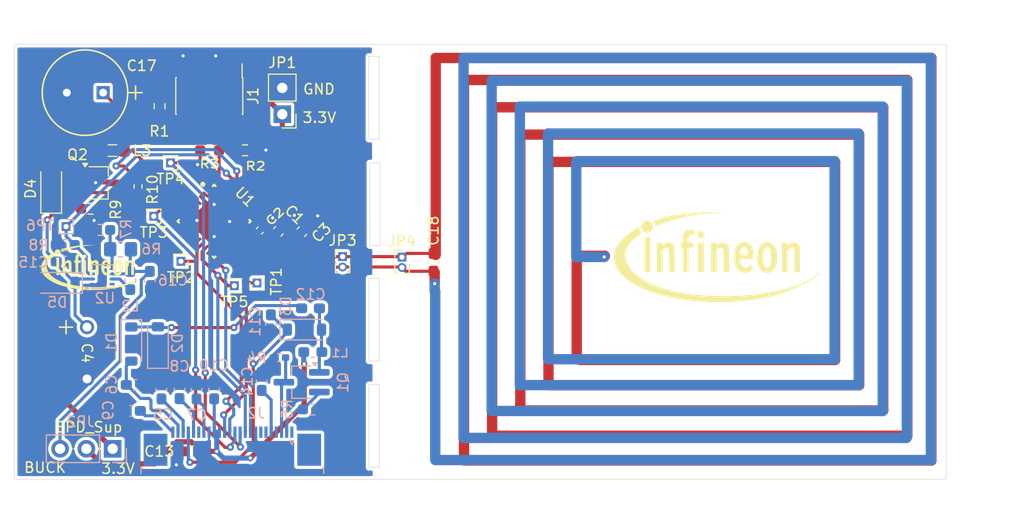
<source format=kicad_pcb>
(kicad_pcb (version 20241229) (generator "pcbnew") (generator_version "9.0")
  (layers (0 "F.Cu" signal) (2 "B.Cu" power) (13 "F.Paste" user) (15 "B.Paste" user) (5 "F.SilkS" user "F.Silkscreen") (7 "B.SilkS" user "B.Silkscreen") (1 "F.Mask" user) (3 "B.Mask" user) (25 "Edge.Cuts" user))
  (net 0 "")
  (net 1 "+3.3V")
  (net 2 "Net-(U1-VCC_CB)")
  (net 3 "BOOST_OUT")
  (net 4 "VSL")
  (net 5 "PREVGL")
  (net 6 "VDD")
  (net 7 "VSH1")
  (net 8 "VCOM")
  (net 9 "EPD3p3")
  (net 10 "PREVGH")
  (net 11 "Net-(D1-K)")
  (net 12 "Net-(D3-A)")
  (net 13 "VSH2")
  (net 14 "BUCK_OUT")
  (net 15 "VCC_HB")
  (net 16 "Net-(D4-A)")
  (net 18 "SWDCLK")
  (net 19 "SWDIO")
  (net 21 "Net-(J1-~{RESET})")
  (net 23 "GDR")
  (net 24 "D{slash}C#")
  (net 25 "RESE")
  (net 26 "VPP")
  (net 27 "BUSY")
  (net 28 "SCL")
  (net 29 "SDA")
  (net 30 "CS#")
  (net 32 "TSDA")
  (net 34 "TSCL")
  (net 35 "RES#")
  (net 36 "Net-(U2-SW)")
  (net 37 "Net-(Q2-G)")
  (net 38 "Net-(U2-FB)")
  (net 39 "BUCK_EN")
  (net 40 "BOOST_PWM")
  (net 58 "GND")
  (net 59 "Net-(JP3-A)")
  (footprint "Connector_PinHeader_1.00mm:PinHeader_1x02_P1.00mm_Vertical" (layer "F.Cu") (at 140.09375 56.4425)
    (property "Reference" "JP4")
    (property "Value" "EXT_SUP")
  )
  (footprint "Capacitor_SMD:C_0603_1608Metric_Pad1.08x0.95mm_HandSolder" (layer "F.Cu") (at 119.8 75.2 180)
    (property "Reference" "C13")
    (property "Value" "4.7uF")
  )
  (footprint "LOGO" (layer "F.Cu") (at 170.5 56.45)
    (property "Reference" "G***" (hide yes))
    (property "Value" "LOGO" (hide yes))
  )
  (footprint "NGC_EPD_FootprintLib:NGC1081-32QFN" (layer "F.Cu") (at 121.950381 52.974493 -45)
    (property "Reference" "U1")
    (property "Value" "NGC1081")
  )
  (footprint "Package_TO_SOT_SMD:TSOT-23_HandSoldering" (layer "F.Cu") (at 110.77 49.2675)
    (property "Reference" "Q2")
    (property "Value" "NMOS")
  )
  (footprint "Capacitor_SMD:C_0603_1608Metric_Pad1.08x0.95mm_HandSolder" (layer "F.Cu") (at 143.14375 56.9425 90)
    (property "Reference" "C18")
    (property "Value" "C_Tune")
  )
  (footprint "Inductor_SMD:L_0805_2012Metric_Pad1.05x1.20mm_HandSolder" (layer "F.Cu") (at 112.12 46.15 180)
    (property "Reference" "L3")
    (property "Value" "100uH")
  )
  (footprint "NGC_EPD_FootprintLib:CAP_PK&slash_PZ_12P5X25_LOW_RUB" (layer "F.Cu") (at 109.67 63.2 -90)
    (property "Reference" "C4")
    (property "Value" "4.7mF")
  )
  (footprint "Capacitor_SMD:C_0603_1608Metric_Pad1.08x0.95mm_HandSolder" (layer "F.Cu") (at 130.43012 53.97988 45)
    (property "Reference" "C3")
    (property "Value" "2uF")
  )
  (footprint "Diode_SMD:D_SOD-123" (layer "F.Cu") (at 106.21 49.8375 90)
    (property "Reference" "D4")
    (property "Value" "D")
  )
  (footprint "Connector_PinHeader_1.00mm:PinHeader_1x01_P1.00mm_Vertical" (layer "F.Cu") (at 117.74 47.33 180)
    (property "Reference" "TP4")
    (property "Value" "TestPoint")
  )
  (footprint "Connector_PinHeader_1.00mm:PinHeader_1x02_P1.00mm_Vertical" (layer "F.Cu") (at 134.36 56.39)
    (property "Reference" "JP3")
    (property "Value" "EXT_SUP")
  )
  (footprint "Resistor_SMD:R_0603_1608Metric_Pad0.98x0.95mm_HandSolder" (layer "F.Cu") (at 116.68 41.86 -90)
    (property "Reference" "R1")
    (property "Value" "100K")
  )
  (footprint "Connector_PinHeader_1.00mm:PinHeader_1x01_P1.00mm_Vertical" (layer "F.Cu") (at 116.12 52.49 180)
    (property "Reference" "TP3")
    (property "Value" "TestPoint")
  )
  (footprint "Capacitor_SMD:C_0603_1608Metric_Pad1.08x0.95mm_HandSolder" (layer "F.Cu") (at 128.14988 53.94012 45)
    (property "Reference" "C1")
    (property "Value" "1uF")
  )
  (footprint "Resistor_SMD:R_0402_1005Metric_Pad0.72x0.64mm_HandSolder" (layer "F.Cu") (at 114.6 49.61 -90)
    (property "Reference" "R10")
    (property "Value" "10")
  )
  (footprint "Capacitor_SMD:C_0402_1005Metric_Pad0.74x0.62mm_HandSolder" (layer "F.Cu") (at 126.358597 53.871403 45)
    (property "Reference" "C2")
    (property "Value" "0.1uF")
  )
  (footprint "Connector_PinHeader_1.00mm:PinHeader_1x01_P1.00mm_Vertical" (layer "F.Cu") (at 123.9 59.2 180)
    (property "Reference" "TP5")
    (property "Value" "TestPoint")
  )
  (footprint "Resistor_SMD:R_0603_1608Metric_Pad0.98x0.95mm_HandSolder" (layer "F.Cu") (at 110.01 51.76)
    (property "Reference" "R9")
    (property "Value" "100K")
  )
  (footprint "Resistor_SMD:R_0603_1608Metric_Pad0.98x0.95mm_HandSolder" (layer "F.Cu") (at 121.5125 46.12 180)
    (property "Reference" "R3")
    (property "Value" "100K")
  )
  (footprint "NGC_EPD_FootprintLib:1mF_Nichicon UVR0J102MPD" (layer "F.Cu") (at 111.2252 40.55 180)
    (property "Reference" "C17")
    (property "Value" "1mF")
  )
  (footprint "Connector_PinHeader_1.27mm:PinHeader_2x05_P1.27mm_Vertical_SMD" (layer "F.Cu") (at 121.48 40.87 -90)
    (property "Reference" "J1")
    (property "Value" "Conn_ARM_JTAG_SWD_10")
  )
  (footprint "Connector_PinHeader_1.00mm:PinHeader_1x01_P1.00mm_Vertical" (layer "F.Cu") (at 126.09 58.93 90)
    (property "Reference" "TP1")
    (property "Value" "TestPoint")
  )
  (footprint "Connector_PinHeader_1.00mm:PinHeader_1x01_P1.00mm_Vertical" (layer "F.Cu") (at 118.74 56.84 180)
    (property "Reference" "TP2")
    (property "Value" "TestPoint")
  )
  (footprint "LOGO" (layer "F.Cu") (at 110.2 57.45)
    (property "Reference" "G***" (hide yes))
    (property "Value" "LOGO" (hide yes))
  )
  (footprint "Connector_PinHeader_2.54mm:PinHeader_1x02_P2.54mm_Vertical" (layer "F.Cu") (at 128.53 42.635 180)
    (property "Reference" "JP1")
    (property "Value" "EXT_SUP")
  )
  (footprint "Resistor_SMD:R_0603_1608Metric_Pad0.98x0.95mm_HandSolder" (layer "F.Cu") (at 124.9325 46.12)
    (property "Reference" "R2")
    (property "Value" "100K")
  )
  (footprint "Capacitor_SMD:C_0603_1608Metric_Pad1.08x0.95mm_HandSolder" (layer "B.Cu") (at 113.96 71.29 180)
    (property "Reference" "C9")
    (property "Value" "1uF")
  )
  (footprint "Diode_SMD:D_SOD-123" (layer "B.Cu") (at 113.95 64.8325 -90)
    (property "Reference" "D1")
    (property "Value" "D")
  )
  (footprint "Capacitor_SMD:C_0603_1608Metric_Pad1.08x0.95mm_HandSolder" (layer "B.Cu") (at 114.33 68.78)
    (property "Reference" "C6")
    (property "Value" "1uF")
  )
  (footprint "Connector_PinHeader_1.00mm:PinHeader_1x01_P1.00mm_Vertical" (layer "B.Cu") (at 107.65 53.49 180)
    (property "Reference" "TP6")
    (property "Value" "TestPoint")
  )
  (footprint "Package_SON:WSON-8-1EP_2x2mm_P0.5mm_EP0.9x1.6mm" (layer "B.Cu") (at 111.14 58.3)
    (property "Reference" "U2")
    (property "Value" "TPS62125DSG")
  )
  (footprint "Capacitor_SMD:C_0603_1608Metric_Pad1.08x0.95mm_HandSolder" (layer "B.Cu") (at 131.26 61.38)
    (property "Reference" "C12")
    (property "Value" "4.7uF")
  )
  (footprint "Capacitor_SMD:C_0603_1608Metric_Pad1.08x0.95mm_HandSolder" (layer "B.Cu") (at 121.95 69.26 90)
    (property "Reference" "C10")
    (property "Value" "1uF")
  )
  (footprint "Resistor_SMD:R_0603_1608Metric_Pad0.98x0.95mm_HandSolder" (layer "B.Cu") (at 131.44 71.15)
    (property "Reference" "R5")
    (property "Value" "10K")
  )
  (footprint "Capacitor_SMD:C_0603_1608Metric_Pad1.08x0.95mm_HandSolder" (layer "B.Cu") (at 126.54 68.4475 90)
    (property "Reference" "C14")
    (property "Value" "1uF")
  )
  (footprint "Connector_PinHeader_2.54mm:PinHeader_1x03_P2.54mm_Vertical" (layer "B.Cu") (at 112.15 74.95 90)
    (property "Reference" "JP2")
    (property "Value" "Jumper_3_Open")
  )
  (footprint "Inductor_SMD:L_0603_1608Metric_Pad1.05x0.95mm_HandSolder" (layer "B.Cu") (at 131.48 65.6075)
    (property "Reference" "L1")
    (property "Value" "10uH")
  )
  (footprint "Capacitor_SMD:C_0603_1608Metric_Pad1.08x0.95mm_HandSolder" (layer "B.Cu") (at 120.25 69.28 90)
    (property "Reference" "C7")
    (property "Value" "1uF")
  )
  (footprint "Diode_SMD:D_SOD-123" (layer "B.Cu") (at 116.52 64.8175 90)
    (property "Reference" "D2")
    (property "Value" "D")
  )
  (footprint "Diode_SMD:D_SOD-123" (layer "B.Cu") (at 130.67 63.4375)
    (property "Reference" "D3")
    (property "Value" "D")
  )
  (footprint "Diode_SMD:D_SOD-123" (layer "B.Cu") (at 106.8675 58.92 180)
    (property "Reference" "D5")
    (property "Value" "D_Zener_Small")
  )
  (footprint "Resistor_SMD:R_0402_1005Metric_Pad0.72x0.64mm_HandSolder" (layer "B.Cu") (at 128.2575 66.1375 180)
    (property "Reference" "R4")
    (property "Value" "3")
  )
  (footprint "Capacitor_SMD:C_0603_1608Metric_Pad1.08x0.95mm_HandSolder" (layer "B.Cu") (at 127.43 62.87 90)
    (property "Reference" "C11")
    (property "Value" "1uF")
  )
  (footprint "Capacitor_SMD:C_0603_1608Metric_Pad1.08x0.95mm_HandSolder" (layer "B.Cu") (at 107.56 56.86)
    (property "Reference" "C15")
    (property "Value" "10uF")
  )
  (footprint "Resistor_SMD:R_0603_1608Metric_Pad0.98x0.95mm_HandSolder" (layer "B.Cu") (at 110.99 53.81 180)
    (property "Reference" "R7")
    (property "Value" "576K")
  )
  (footprint "Resistor_SMD:R_0805_2012Metric_Pad1.20x1.40mm_HandSolder" (layer "B.Cu") (at 112.91 55.68 180)
    (property "Reference" "R6")
    (property "Value" "1.8M")
  )
  (footprint "Package_TO_SOT_SMD:TSOT-23_HandSoldering" (layer "B.Cu") (at 130.4 68.5175 180)
    (property "Reference" "Q1")
    (property "Value" "NMOS")
  )
  (footprint "Resistor_SMD:R_0603_1608Metric_Pad0.98x0.95mm_HandSolder" (layer "B.Cu") (at 107.57 55.26 180)
    (property "Reference" "R8")
    (property "Value" "100K")
  )
  (footprint "Capacitor_SMD:C_0603_1608Metric_Pad1.08x0.95mm_HandSolder" (layer "B.Cu") (at 116.86 69.27 90)
    (property "Reference" "C5")
    (property "Value" "1uF")
  )
  (footprint "Connector_FFC-FPC:TE_2-1734839-4_1x24-1MP_P0.5mm_Horizontal" (layer "B.Cu") (at 123.71 74.695 180)
    (property "Reference" "J2")
    (property "Value" "EPD_FCC")
  )
  (footprint "Capacitor_SMD:C_0603_1608Metric_Pad1.08x0.95mm_HandSolder" (layer "B.Cu") (at 115.74 58.68 -90)
    (property "Reference" "C16")
    (property "Value" "10uF")
  )
  (footprint "Capacitor_SMD:C_0603_1608Metric_Pad1.08x0.95mm_HandSolder" (layer "B.Cu") (at 118.61 69.24 90)
    (property "Reference" "C8")
    (property "Value" "1uF")
  )
  (footprint "Inductor_SMD:L_0603_1608Metric_Pad1.05x0.95mm_HandSolder" (layer "B.Cu") (at 113.85 58.7 90)
    (property "Reference" "L2")
    (property "Value" "10uH")
  )
  (gr_rect (start 136.88 37.05) (end 137.88 45.05) (stroke (width 0.05)) (fill no) (layer "Edge.Cuts"))
  (gr_rect (start 136.9 68.756667) (end 137.9 76.756667) (stroke (width 0.05)) (fill no) (layer "Edge.Cuts"))
  (gr_rect (start 102.65 35.89) (end 192.65 77.89) (stroke (width 0.05)) (fill no) (layer "Edge.Cuts"))
  (gr_rect (start 136.97 47.336667) (end 137.97 55.336667) (stroke (width 0.05)) (fill no) (layer "Edge.Cuts"))
  (gr_rect (start 136.9 58.47) (end 137.9 66.47) (stroke (width 0.05)) (fill no) (layer "Edge.Cuts"))
  (gr_text "3.3V" (at 130.4 43.55 0) (layer "F.SilkS") (effects (font (size 1 1)) (justify left bottom)))
  (gr_text "EPD_Sup" (at 106.55 73.45 0) (layer "F.SilkS") (effects (font (size 1 1)) (justify left bottom)))
  (gr_text "3.3V" (at 110.95 77.45 0) (layer "F.SilkS") (effects (font (size 1 1)) (justify left bottom)))
  (gr_text "BUCK" (at 103.5 77.35 0) (layer "F.SilkS") (effects (font (size 1 1)) (justify left bottom)))
  (gr_text "GND" (at 130.45 40.8 0) (layer "F.SilkS") (effects (font (size 1 1)) (justify left bottom)))
  (segment (start 128.53 42.635) (end 126.8425 40.9475) (width 0.5) (layer "F.Cu") (net 1))
  (segment (start 124.02 40.9275) (end 124 40.9475) (width 0.5) (layer "F.Cu") (net 1))
  (segment (start 105.018 40.432) (end 105.018 67.818) (width 0.5) (layer "F.Cu") (net 1))
  (segment (start 124.157536 54.828095) (end 125.401905 54.828095) (width 0.3) (layer "F.Cu") (net 1))
  (segment (start 125.890981 49.359019) (end 128.53 46.72) (width 0.5) (layer "F.Cu") (net 1))
  (segment (start 123.824214 54.494773) (end 124.157536 54.828095) (width 0.3) (layer "F.Cu") (net 1))
  (segment (start 125.957314 54.272686) (end 125.890981 54.339019) (width 0.5) (layer "F.Cu") (net 1))
  (segment (start 116.68 40.9475) (end 113.9335 38.201) (width 0.5) (layer "F.Cu") (net 1))
  (segment (start 125.401905 54.828095) (end 125.957314 54.272686) (width 0.3) (layer "F.Cu") (net 1))
  (segment (start 124.02 38.92) (end 124.02 40.9275) (width 0.5) (layer "F.Cu") (net 1))
  (segment (start 126.8425 40.9475) (end 124 40.9475) (width 0.5) (layer "F.Cu") (net 1))
  (segment (start 107.249 38.201) (end 105.018 40.432) (width 0.5) (layer "F.Cu") (net 1))
  (segment (start 126.234628 54.55) (end 125.957314 54.272686) (width 0.3) (layer "F.Cu") (net 1))
  (segment (start 105.018 67.818) (end 112.15 74.95) (width 0.5) (layer "F.Cu") (net 1))
  (segment (start 125.890981 54.339019) (end 125.890981 49.359019) (width 0.5) (layer "F.Cu") (net 1))
  (segment (start 124 40.9475) (end 123.6925 40.9475) (width 0.5) (layer "F.Cu") (net 1))
  (segment (start 127.54 54.55) (end 126.234628 54.55) (width 0.3) (layer "F.Cu") (net 1))
  (segment (start 116.68 40.9475) (end 123.6925 40.9475) (width 0.5) (layer "F.Cu") (net 1))
  (segment (start 113.9335 38.201) (end 107.249 38.201) (width 0.5) (layer "F.Cu") (net 1))
  (segment (start 128.53 46.72) (end 128.53 42.635) (width 0.5) (layer "F.Cu") (net 1))
  (segment (start 124.382285 55.75995) (end 123.470661 54.848326) (width 0.3) (layer "F.Cu") (net 2))
  (segment (start 129.82024 54.58976) (end 128.65005 55.75995) (width 0.3) (layer "F.Cu") (net 2))
  (segment (start 128.65005 55.75995) (end 124.382285 55.75995) (width 0.3) (layer "F.Cu") (net 2))
  (segment (start 106.21 51.4875) (end 106.21 52.449) (width 0.3) (layer "F.Cu") (net 3))
  (segment (start 106.21 52.449) (end 105.819 52.84) (width 0.3) (layer "F.Cu") (net 3))
  (via (at 105.819 52.84) (size 0.7) (drill 0.3) (layers "F.Cu" "B.Cu") (net 3))
  (segment (start 108.5175 62.0475) (end 108.5175 58.92) (width 0.3) (layer "B.Cu") (net 3))
  (segment (start 109.67 63.2) (end 108.5175 62.0475) (width 0.3) (layer "B.Cu") (net 3))
  (segment (start 108.5175 58.92) (end 108.8875 58.55) (width 0.3) (layer "B.Cu") (net 3))
  (segment (start 108.8875 58.55) (end 110.19 58.55) (width 0.3) (layer "B.Cu") (net 3))
  (segment (start 106.6975 57.1) (end 108.5175 58.92) (width 0.3) (layer "B.Cu") (net 3))
  (segment (start 106.6975 56.86) (end 106.6975 57.1) (width 0.3) (layer "B.Cu") (net 3))
  (segment (start 105.819 55.9815) (end 106.6975 56.86) (width 0.3) (layer "B.Cu") (net 3))
  (segment (start 105.819 52.84) (end 105.819 55.9815) (width 0.3) (layer "B.Cu") (net 3))
  (segment (start 116.86 70.1325) (end 118.96 72.2325) (width 0.3) (layer "B.Cu") (net 4))
  (segment (start 118.96 72.2325) (end 118.96 73.345) (width 0.3) (layer "B.Cu") (net 4))
  (segment (start 117.07 71.26) (end 116.01 71.26) (width 0.3) (layer "B.Cu") (net 5))
  (segment (start 113.4675 66.965) (end 113.95 66.4825) (width 0.3) (layer "B.Cu") (net 5))
  (segment (start 115.68 70.09) (end 114.84 70.09) (width 0.3) (layer "B.Cu") (net 5))
  (segment (start 113.53 68.78) (end 113.4675 68.78) (width 0.3) (layer "B.Cu") (net 5))
  (segment (start 115.85 71.1) (end 115.85 70.26) (width 0.3) (layer "B.Cu") (net 5))
  (segment (start 114.84 70.09) (end 113.53 68.78) (width 0.3) (layer "B.Cu") (net 5))
  (segment (start 118.46 73.345) (end 118.46 72.65) (width 0.3) (layer "B.Cu") (net 5))
  (segment (start 116.01 71.26) (end 115.85 71.1) (width 0.3) (layer "B.Cu") (net 5))
  (segment (start 118.46 72.65) (end 117.07 71.26) (width 0.3) (layer "B.Cu") (net 5))
  (segment (start 113.4675 68.78) (end 113.4675 66.965) (width 0.3) (layer "B.Cu") (net 5))
  (segment (start 115.85 70.26) (end 115.68 70.09) (width 0.3) (layer "B.Cu") (net 5))
  (segment (start 120.25 70.1425) (end 120.96 70.8525) (width 0.3) (layer "B.Cu") (net 6))
  (segment (start 120.96 70.8525) (end 120.96 73.345) (width 0.3) (layer "B.Cu") (net 6))
  (segment (start 119.96 71.4525) (end 119.96 73.345) (width 0.3) (layer "B.Cu") (net 7))
  (segment (start 118.61 70.1025) (end 119.96 71.4525) (width 0.3) (layer "B.Cu") (net 7))
  (segment (start 115.2935 71.761) (end 116.376 71.761) (width 0.3) (layer "B.Cu") (net 8))
  (segment (start 116.376 71.761) (end 117.96 73.345) (width 0.3) (layer "B.Cu") (net 8))
  (segment (start 114.8225 71.29) (end 115.2935 71.761) (width 0.3) (layer "B.Cu") (net 8))
  (segment (start 119.7365 74.274) (end 120.6625 75.2) (width 0.5) (layer "F.Cu") (net 9))
  (segment (start 125.45 75.85) (end 130.65 70.65) (width 0.5) (layer "F.Cu") (net 9))
  (segment (start 109.61 74.95) (end 111.06 76.4) (width 0.5) (layer "F.Cu") (net 9))
  (segment (start 111.06 76.4) (end 116.219734 76.4) (width 0.5) (layer "F.Cu") (net 9))
  (segment (start 116.219734 76.4) (end 118.345734 74.274) (width 0.5) (layer "F.Cu") (net 9))
  (segment (start 120.6625 75.2) (end 122.2 75.2) (width 0.5) (layer "F.Cu") (net 9))
  (segment (start 130.65 70.65) (end 130.65 66.75) (width 0.5) (layer "F.Cu") (net 9))
  (segment (start 118.345734 74.274) (end 119.7365 74.274) (width 0.5) (layer "F.Cu") (net 9))
  (via (at 122.2 75.2) (size 0.6) (drill 0.3) (layers "F.Cu" "B.Cu") (net 9))
  (via (at 130.65 66.75) (size 0.6) (drill 0.3) (layers "F.Cu" "B.Cu") (net 9))
  (via (at 125.45 75.85) (size 0.6) (drill 0.3) (layers "F.Cu" "B.Cu") (net 9))
  (segment (start 130.605 65.6075) (end 130.605 66.705) (width 0.5) (layer "B.Cu") (net 9))
  (segment (start 121.96 73.345) (end 122.2 73.345) (width 0.3) (layer "B.Cu") (net 9))
  (segment (start 122.2 73.345) (end 122.46 73.345) (width 0.3) (layer "B.Cu") (net 9))
  (segment (start 122.2 73.345) (end 122.2 75.2) (width 0.5) (layer "B.Cu") (net 9))
  (segment (start 122.85 75.85) (end 125.45 75.85) (width 0.5) (layer "B.Cu") (net 9))
  (segment (start 121.95 70.1225) (end 121.961 70.1335) (width 0.3) (layer "B.Cu") (net 9))
  (segment (start 122.2 75.2) (end 122.85 75.85) (width 0.5) (layer "B.Cu") (net 9))
  (segment (start 121.961 70.1335) (end 121.961 73.345) (width 0.3) (layer "B.Cu") (net 9))
  (segment (start 130.605 66.705) (end 130.65 66.75) (width 0.5) (layer "B.Cu") (net 9))
  (segment (start 130.65 65.6525) (end 130.605 65.6075) (width 0.3) (layer "B.Cu") (net 9))
  (segment (start 125.73094 66.736631) (end 125.73094 74.530424) (width 0.3) (layer "F.Cu") (net 10))
  (segment (start 125.73094 74.530424) (end 124.011364 76.25) (width 0.3) (layer "F.Cu") (net 10))
  (segment (start 124.011364 76.25) (end 119.61 76.25) (width 0.3) (layer "F.Cu") (net 10))
  (via (at 119.61 76.25) (size 0.7) (drill 0.3) (layers "F.Cu" "B.Cu") (net 10))
  (via (at 125.73094 66.736631) (size 0.7) (drill 0.3) (layers "F.Cu" "B.Cu") (net 10))
  (segment (start 119.46 76.1) (end 119.46 73.345) (width 0.3) (layer "B.Cu") (net 10))
  (segment (start 119.61 76.25) (end 119.46 76.1) (width 0.3) (layer "B.Cu") (net 10))
  (segment (start 125.976271 66.736631) (end 129.02 63.692902) (width 0.3) (layer "B.Cu") (net 10))
  (segment (start 128.86 63.4375) (end 127.43 62.0075) (width 0.3) (layer "B.Cu") (net 10))
  (segment (start 129.02 63.692902) (end 129.02 63.4375) (width 0.3) (layer "B.Cu") (net 10))
  (segment (start 125.73094 66.736631) (end 125.976271 66.736631) (width 0.3) (layer "B.Cu") (net 10))
  (segment (start 129.02 63.4375) (end 128.86 63.4375) (width 0.3) (layer "B.Cu") (net 10))
  (segment (start 123.859 63.24) (end 117.83 63.24) (width 0.3) (layer "F.Cu") (net 11))
  (via (at 117.83 63.24) (size 0.7) (drill 0.3) (layers "F.Cu" "B.Cu") (net 11))
  (via (at 123.859 63.24) (size 0.7) (drill 0.3) (layers "F.Cu" "B.Cu") (net 11))
  (segment (start 117.83 63.24) (end 116.5925 63.24) (width 0.3) (layer "B.Cu") (net 11))
  (segment (start 130.1365 61.119) (end 125.98 61.119) (width 0.3) (layer "B.Cu") (net 11))
  (segment (start 116.5925 63.24) (end 116.52 63.1675) (width 0.3) (layer "B.Cu") (net 11))
  (segment (start 130.3975 61.38) (end 130.1365 61.119) (width 0.3) (layer "B.Cu") (net 11))
  (segment (start 125.98 61.119) (end 123.859 63.24) (width 0.3) (layer "B.Cu") (net 11))
  (segment (start 113.95 63.1825) (end 116.505 63.1825) (width 0.3) (layer "B.Cu") (net 11))
  (segment (start 116.505 63.1825) (end 116.52 63.1675) (width 0.3) (layer "B.Cu") (net 11))
  (segment (start 132.11 67.5675) (end 132.11 65.8525) (width 0.3) (layer "B.Cu") (net 12))
  (segment (start 132.1225 63.24) (end 132.32 63.4375) (width 0.3) (layer "B.Cu") (net 12))
  (segment (start 132.32 65.5725) (end 132.355 65.6075) (width 0.3) (layer "B.Cu") (net 12))
  (segment (start 132.1225 61.38) (end 132.1225 63.24) (width 0.3) (layer "B.Cu") (net 12))
  (segment (start 132.32 63.4375) (end 132.32 65.5725) (width 0.3) (layer "B.Cu") (net 12))
  (segment (start 132.11 65.8525) (end 132.355 65.6075) (width 0.3) (layer "B.Cu") (net 12))
  (segment (start 126.54 69.31) (end 127.46 70.23) (width 0.3) (layer "B.Cu") (net 13))
  (segment (start 127.46 70.23) (end 127.46 73.345) (width 0.3) (layer "B.Cu") (net 13))
  (segment (start 112.88 66.456257) (end 107.07 72.266257) (width 0.3) (layer "B.Cu") (net 14))
  (segment (start 113.625 58.05) (end 113.85 57.825) (width 0.3) (layer "B.Cu") (net 14))
  (segment (start 114.914 58.6435) (end 115.74 57.8175) (width 0.3) (layer "B.Cu") (net 14))
  (segment (start 115.74 57.8175) (end 113.8575 57.8175) (width 0.3) (layer "B.Cu") (net 14))
  (segment (start 112.88 62.126846) (end 114.914 60.092846) (width 0.3) (layer "B.Cu") (net 14))
  (segment (start 112.09 58.05) (end 112.88 58.05) (width 0.3) (layer "B.Cu") (net 14))
  (segment (start 112.88 58.05) (end 113.625 58.05) (width 0.3) (layer "B.Cu") (net 14))
  (segment (start 114.914 60.092846) (end 114.914 58.6435) (width 0.3) (layer "B.Cu") (net 14))
  (segment (start 107.07 72.266257) (end 107.07 74.95) (width 0.3) (layer "B.Cu") (net 14))
  (segment (start 113.8575 57.8175) (end 113.85 57.825) (width 0.3) (layer "B.Cu") (net 14))
  (segment (start 113.85 55.74) (end 113.91 55.68) (width 0.3) (layer "B.Cu") (net 14))
  (segment (start 112.88 66.456257) (end 112.88 62.126846) (width 0.3) (layer "B.Cu") (net 14))
  (segment (start 113.85 57.825) (end 113.85 55.74) (width 0.3) (layer "B.Cu") (net 14))
  (segment (start 113.27 46.15) (end 113.27 42.5948) (width 0.3) (layer "F.Cu") (net 15))
  (segment (start 114.065228 46.15) (end 119.722995 51.807767) (width 0.3) (layer "F.Cu") (net 15))
  (segment (start 113.27 42.5948) (end 111.2252 40.55) (width 0.3) (layer "F.Cu") (net 15))
  (segment (start 113.27 46.15) (end 114.065228 46.15) (width 0.3) (layer "F.Cu") (net 15))
  (segment (start 109.06 48.06) (end 110.97 46.15) (width 0.3) (layer "F.Cu") (net 16))
  (segment (start 109.06 48.3175) (end 109.06 48.06) (width 0.3) (layer "F.Cu") (net 16))
  (segment (start 106.21 48.1875) (end 108.93 48.1875) (width 0.3) (layer "F.Cu") (net 16))
  (segment (start 108.93 48.1875) (end 109.06 48.3175) (width 0.3) (layer "F.Cu") (net 16))
  (segment (start 122.43 48.7) (end 123.096876 49.366876) (width 0.3) (layer "F.Cu") (net 18))
  (segment (start 123.096876 49.366876) (end 123.096876 50.02629) (width 0.3) (layer "F.Cu") (net 18))
  (segment (start 122.425 46.12) (end 122.43 46.125) (width 0.3) (layer "F.Cu") (net 18))
  (segment (start 123.096876 50.02629) (end 122.746584 50.376583) (width 0.3) (layer "F.Cu") (net 18))
  (segment (start 122.75 45.795) (end 122.425 46.12) (width 0.3) (layer "F.Cu") (net 18))
  (segment (start 122.42 47.77) (end 122.43 47.78) (width 0.3) (layer "F.Cu") (net 18))
  (segment (start 122.75 42.82) (end 122.75 45.795) (width 0.3) (layer "F.Cu") (net 18))
  (segment (start 122.43 46.125) (end 122.43 47.76) (width 0.3) (layer "F.Cu") (net 18))
  (segment (start 122.746584 50.376583) (end 122.763554 50.393553) (width 0.3) (layer "F.Cu") (net 18))
  (segment (start 122.43 47.76) (end 122.42 47.77) (width 0.3) (layer "F.Cu") (net 18))
  (segment (start 122.43 47.78) (end 122.43 48.7) (width 0.3) (layer "F.Cu") (net 18))
  (segment (start 124.83 46.93) (end 124.02 46.12) (width 0.3) (layer "F.Cu") (net 19))
  (segment (start 123.824214 51.454213) (end 124.83 50.448427) (width 0.3) (layer "F.Cu") (net 19))
  (segment (start 124.02 42.82) (end 124.02 46.12) (width 0.3) (layer "F.Cu") (net 19))
  (segment (start 124.83 50.448427) (end 124.83 46.93) (width 0.3) (layer "F.Cu") (net 19))
  (segment (start 118.8925 42.7725) (end 118.94 42.82) (width 0.3) (layer "F.Cu") (net 21))
  (segment (start 116.68 42.7725) (end 118.8925 42.7725) (width 0.3) (layer "F.Cu") (net 21))
  (segment (start 128.96 72.23) (end 128.96 73.345) (width 0.3) (layer "B.Cu") (net 23))
  (segment (start 132.11 69.4675) (end 132.11 69.5675) (width 0.3) (layer "B.Cu") (net 23))
  (segment (start 130.04 71.15) (end 128.96 72.23) (width 0.3) (layer "B.Cu") (net 23))
  (segment (start 132.11 69.5675) (end 130.5275 71.15) (width 0.3) (layer "B.Cu") (net 23))
  (segment (start 130.5275 71.15) (end 130.04 71.15) (width 0.3) (layer "B.Cu") (net 23))
  (segment (start 121.092565 71.382565) (end 124.49 74.78) (width 0.3) (layer "F.Cu") (net 24))
  (segment (start 121.092565 67.608211) (end 121.092565 71.382565) (width 0.3) (layer "F.Cu") (net 24))
  (segment (start 118.780762 47.33) (end 117.74 47.33) (width 0.3) (layer "F.Cu") (net 24))
  (segment (start 121.490762 50.04) (end 118.780762 47.33) (width 0.3) (layer "F.Cu") (net 24))
  (via (at 121.092565 67.608211) (size 0.7) (drill 0.3) (layers "F.Cu" "B.Cu") (net 24))
  (via (at 124.49 74.78) (size 0.7) (drill 0.3) (layers "F.Cu" "B.Cu") (net 24))
  (segment (start 124.46 74.75) (end 124.46 73.345) (width 0.3) (layer "B.Cu") (net 24))
  (segment (start 124.49 74.78) (end 124.46 74.75) (width 0.3) (layer "B.Cu") (net 24))
  (segment (start 117.74 47.33) (end 120.93 50.52) (width 0.3) (layer "B.Cu") (net 24))
  (segment (start 120.93 50.52) (end 120.93 67.445646) (width 0.3) (layer "B.Cu") (net 24))
  (segment (start 120.93 67.445646) (end 121.092565 67.608211) (width 0.3) (layer "B.Cu") (net 24))
  (segment (start 128.46 68.7475) (end 128.46 73.345) (width 0.3) (layer "B.Cu") (net 25))
  (segment (start 128.69 68.5175) (end 128.46 68.7475) (width 0.3) (layer "B.Cu") (net 25))
  (segment (start 128.855 66.1375) (end 128.855 68.3525) (width 0.3) (layer "B.Cu") (net 25))
  (segment (start 128.855 68.3525) (end 128.69 68.5175) (width 0.3) (layer "B.Cu") (net 25))
  (segment (start 121.490762 56.140762) (end 123.07 57.72) (width 0.3) (layer "F.Cu") (net 27))
  (segment (start 121.490762 55.908986) (end 121.490762 56.140762) (width 0.3) (layer "F.Cu") (net 27))
  (via (at 123.07 57.72) (size 0.7) (drill 0.3) (layers "F.Cu" "B.Cu") (net 27))
  (segment (start 123.07 67.216346) (end 125.46 69.606346) (width 0.3) (layer "B.Cu") (net 27))
  (segment (start 123.07 57.72) (end 123.07 67.216346) (width 0.3) (layer "B.Cu") (net 27))
  (segment (start 125.46 69.606346) (end 125.46 73.345) (width 0.3) (layer "B.Cu") (net 27))
  (segment (start 120.29 55.661594) (end 120.766685 55.184909) (width 0.3) (layer "F.Cu") (net 28))
  (segment (start 124.559 67.264576) (end 124.559 67.264575) (width 0.3) (layer "F.Cu") (net 28))
  (segment (start 124.52894 66.238746) (end 124.559 66.208687) (width 0.3) (layer "F.Cu") (net 28))
  (segment (start 124.559 67.264576) (end 124.52894 67.234515) (width 0.3) (layer "F.Cu") (net 28))
  (segment (start 124.52894 67.234515) (end 124.52894 66.238746) (width 0.3) (layer "F.Cu") (net 28))
  (segment (start 120.766685 55.184909) (end 120.783655 55.201879) (width 0.3) (layer "F.Cu") (net 28))
  (segment (start 120.28 56.84) (end 120.29 56.85) (width 0.3) (layer "F.Cu") (net 28))
  (segment (start 123.1 70.36) (end 124.559 68.901) (width 0.3) (layer "F.Cu") (net 28))
  (segment (start 118.74 56.84) (end 120.28 56.84) (width 0.3) (layer "F.Cu") (net 28))
  (segment (start 120.29 57.99) (end 120.29 56.85) (width 0.3) (layer "F.Cu") (net 28))
  (segment (start 124.559 68.901) (end 124.559 67.264576) (width 0.3) (layer "F.Cu") (net 28))
  (segment (start 120.29 56.85) (end 120.29 55.661594) (width 0.3) (layer "F.Cu") (net 28))
  (segment (start 124.559 66.208687) (end 124.559 62.259) (width 0.3) (layer "F.Cu") (net 28))
  (segment (start 124.559 62.259) (end 120.29 57.99) (width 0.3) (layer "F.Cu") (net 28))
  (via (at 123.1 70.36) (size 0.7) (drill 0.3) (layers "F.Cu" "B.Cu") (net 28))
  (segment (start 123.84 71.69) (end 123.84 71.1) (width 0.3) (layer "B.Cu") (net 28))
  (segment (start 123.84 71.1) (end 123.1 70.36) (width 0.3) (layer "B.Cu") (net 28))
  (segment (start 123.46 73.345) (end 123.46 72.07) (width 0.3) (layer "B.Cu") (net 28))
  (segment (start 123.46 72.07) (end 123.84 71.69) (width 0.3) (layer "B.Cu") (net 28))
  (segment (start 125.06 69.49) (end 125.06 67.057055) (width 0.3) (layer "F.Cu") (net 29))
  (segment (start 125.02994 66.446267) (end 125.06 66.416207) (width 0.3) (layer "F.Cu") (net 29))
  (segment (start 126.09 58.93) (end 125.411479 58.93) (width 0.3) (layer "F.Cu") (net 29))
  (segment (start 125.02994 67.026995) (end 125.02994 66.446267) (width 0.3) (layer "F.Cu") (net 29))
  (segment (start 125.06 58.578521) (end 122.400232 55.918753) (width 0.3) (layer "F.Cu") (net 29))
  (segment (start 125.06 66.416207) (end 125.06 58.578521) (width 0.3) (layer "F.Cu") (net 29))
  (segment (start 122.87 71.68) (end 125.06 69.49) (width 0.3) (layer "F.Cu") (net 29))
  (segment (start 125.06 67.057055) (end 125.02994 67.026995) (width 0.3) (layer "F.Cu") (net 29))
  (segment (start 125.411479 58.93) (end 125.06 58.578521) (width 0.3) (layer "F.Cu") (net 29))
  (via (at 122.87 71.68) (size 0.7) (drill 0.3) (layers "F.Cu" "B.Cu") (net 29))
  (segment (start 122.96 73.345) (end 122.96 71.77) (width 0.3) (layer "B.Cu") (net 29))
  (segment (start 122.96 71.77) (end 122.87 71.68) (width 0.3) (layer "B.Cu") (net 29))
  (segment (start 123.514251 74.794201) (end 123.488452 74.82) (width 0.3) (layer "F.Cu") (net 30))
  (segment (start 123.01 74.82) (end 120.161398 71.971398) (width 0.3) (layer "F.Cu") (net 30))
  (segment (start 123.488452 74.82) (end 123.01 74.82) (width 0.3) (layer "F.Cu") (net 30))
  (segment (start 116.82 51.79) (end 116.12 52.49) (width 0.3) (layer "F.Cu") (net 30))
  (segment (start 119.015888 52.514874) (end 118.291014 51.79) (width 0.3) (layer "F.Cu") (net 30))
  (segment (start 118.291014 51.79) (end 116.82 51.79) (width 0.3) (layer "F.Cu") (net 30))
  (segment (start 120.161398 71.971398) (end 120.161398 67.33) (width 0.3) (layer "F.Cu") (net 30))
  (via (at 120.161398 67.33) (size 0.7) (drill 0.3) (layers "F.Cu" "B.Cu") (net 30))
  (via (at 123.514251 74.794201) (size 0.7) (drill 0.3) (layers "F.Cu" "B.Cu") (net 30))
  (segment (start 123.514251 74.625749) (end 123.96 74.18) (width 0.3) (layer "B.Cu") (net 30))
  (segment (start 123.96 74.18) (end 123.96 73.345) (width 0.3) (layer "B.Cu") (net 30))
  (segment (start 120.161398 56.531398) (end 120.161398 67.33) (width 0.3) (layer "B.Cu") (net 30))
  (segment (start 123.514251 74.794201) (end 123.514251 74.625749) (width 0.3) (layer "B.Cu") (net 30))
  (segment (start 116.12 52.49) (end 120.161398 56.531398) (width 0.3) (layer "B.Cu") (net 30))
  (segment (start 122.308025 58.198955) (end 123.30907 59.2) (width 0.3) (layer "F.Cu") (net 35))
  (segment (start 120.79 56.68093) (end 120.79 55.902641) (width 0.3) (layer "F.Cu") (net 35))
  (segment (start 120.79 55.902641) (end 121.137208 55.555433) (width 0.3) (layer "F.Cu") (net 35))
  (segment (start 123.30907 59.2) (end 123.9 59.2) (width 0.3) (layer "F.Cu") (net 35))
  (segment (start 122.308025 58.198955) (end 120.79 56.68093) (width 0.3) (layer "F.Cu") (net 35))
  (via (at 122.308025 58.198955) (size 0.7) (drill 0.3) (layers "F.Cu" "B.Cu") (net 35))
  (segment (start 124.96 69.814866) (end 124.96 73.345) (width 0.3) (layer "B.Cu") (net 35))
  (segment (start 122.308025 58.198955) (end 122.308025 67.162891) (width 0.3) (layer "B.Cu") (net 35))
  (segment (start 122.308025 67.162891) (end 124.96 69.814866) (width 0.3) (layer "B.Cu") (net 35))
  (segment (start 112.825 58.55) (end 112.09 58.55) (width 0.3) (layer "B.Cu") (net 36))
  (segment (start 113.85 59.575) (end 112.825 58.55) (width 0.3) (layer "B.Cu") (net 36))
  (segment (start 109.07 50.2075) (end 109.06 50.2175) (width 0.3) (layer "F.Cu") (net 37))
  (segment (start 114.6 50.2075) (end 109.07 50.2075) (width 0.3) (layer "F.Cu") (net 37))
  (segment (start 109.0975 51.76) (end 109.0975 50.255) (width 0.3) (layer "F.Cu") (net 37))
  (segment (start 109.0975 50.255) (end 109.06 50.2175) (width 0.3) (layer "F.Cu") (net 37))
  (segment (start 112.09 55.86) (end 111.91 55.68) (width 0.3) (layer "B.Cu") (net 38))
  (segment (start 111.9025 55.6725) (end 111.91 55.68) (width 0.3) (layer "B.Cu") (net 38))
  (segment (start 111.9025 53.81) (end 111.9025 55.6725) (width 0.3) (layer "B.Cu") (net 38))
  (segment (start 112.09 57.55) (end 112.09 55.86) (width 0.3) (layer "B.Cu") (net 38))
  (segment (start 123.117107 50.747107) (end 123.656537 50.207677) (width 0.3) (layer "F.Cu") (net 39))
  (segment (start 123.656537 50.207677) (end 123.656537 48.856537) (width 0.3) (layer "F.Cu") (net 39))
  (segment (start 123.656537 48.856537) (end 123.13 48.33) (width 0.3) (layer "F.Cu") (net 39))
  (via (at 123.13 48.33) (size 0.7) (drill 0.3) (layers "F.Cu" "B.Cu") (net 39))
  (segment (start 107.65 54.4275) (end 108.4825 55.26) (width 0.3) (layer "B.Cu") (net 39))
  (segment (start 109.85349 58.05) (end 110.19 58.05) (width 0.3) (layer "B.Cu") (net 39))
  (segment (start 123.13 48.33) (end 121.354 46.554) (width 0.3) (layer "B.Cu") (net 39))
  (segment (start 114.586 46.554) (end 107.65 53.49) (width 0.3) (layer "B.Cu") (net 39))
  (segment (start 108.4825 55.26) (end 109.589 56.3665) (width 0.3) (layer "B.Cu") (net 39))
  (segment (start 109.589 56.3665) (end 109.589 57.78551) (width 0.3) (layer "B.Cu") (net 39))
  (segment (start 107.65 53.49) (end 107.65 54.4275) (width 0.3) (layer "B.Cu") (net 39))
  (segment (start 109.589 57.78551) (end 109.85349 58.05) (width 0.3) (layer "B.Cu") (net 39))
  (segment (start 121.354 46.554) (end 114.586 46.554) (width 0.3) (layer "B.Cu") (net 39))
  (segment (start 124.16 50.411321) (end 124.16 48.15) (width 0.3) (layer "F.Cu") (net 40))
  (segment (start 123.470661 51.10066) (end 124.16 50.411321) (width 0.3) (layer "F.Cu") (net 40))
  (segment (start 113.2175 47.63) (end 114.6 49.0125) (width 0.3) (layer "F.Cu") (net 40))
  (segment (start 124.16 48.15) (end 124.13 48.12) (width 0.3) (layer "F.Cu") (net 40))
  (segment (start 112.48 47.63) (end 113.2175 47.63) (width 0.3) (layer "F.Cu") (net 40))
  (via (at 112.48 47.63) (size 0.7) (drill 0.3) (layers "F.Cu" "B.Cu") (net 40))
  (via (at 124.13 48.12) (size 0.7) (drill 0.3) (layers "F.Cu" "B.Cu") (net 40))
  (segment (start 124.13 48.12) (end 122.063 46.053) (width 0.3) (layer "B.Cu") (net 40))
  (segment (start 122.063 46.053) (end 114.057 46.053) (width 0.3) (layer "B.Cu") (net 40))
  (segment (start 114.057 46.053) (end 112.48 47.63) (width 0.3) (layer "B.Cu") (net 40))
  (segment (start 121.950381 52.974493) (end 121.950381 54.449619) (width 0.3) (layer "F.Cu") (net 58))
  (segment (start 121.950381 52.974493) (end 120.354493 52.974493) (width 0.3) (layer "F.Cu") (net 58))
  (segment (start 118.94 38.92) (end 118.94 37.01) (width 0.3) (layer "F.Cu") (net 58))
  (segment (start 122.1 38.92) (end 122.75 38.92) (width 0.3) (layer "F.Cu") (net 58))
  (segment (start 125.845 46.12) (end 126.93 46.12) (width 0.3) (layer "F.Cu") (net 58))
  (segment (start 121.950381 54.449619) (end 121.95 54.45) (width 0.3) (layer "F.Cu") (net 58))
  (segment (start 120.6 46.12) (end 120.6 47.25) (width 0.3) (layer "F.Cu") (net 58))
  (segment (start 131.00024 53.33024) (end 131.04 53.37) (width 0.3) (layer "F.Cu") (net 58))
  (segment (start 121.950381 51.350381) (end 121.95 51.35) (width 0.3) (layer "F.Cu") (net 58))
  (segment (start 121.950381 52.974493) (end 121.950381 51.350381) (width 0.3) (layer "F.Cu") (net 58))
  (segment (start 128.75976 53.33024) (end 128.76976 53.33024) (width 0.3) (layer "F.Cu") (net 58))
  (segment (start 121.48 38.92) (end 122.1 38.92) (width 0.3) (layer "F.Cu") (net 58))
  (segment (start 126.75988 53.47012) (end 126.77988 53.47012) (width 0.3) (layer "F.Cu") (net 58))
  (segment (start 120.354493 52.974493) (end 120.28 52.9) (width 0.3) (layer "F.Cu") (net 58))
  (segment (start 121.950381 52.974493) (end 123.424493 52.974493) (width 0.3) (layer "F.Cu") (net 58))
  (segment (start 121.950381 51.913833) (end 121.950381 52.974493) (width 0.3) (layer "F.Cu") (net 58))
  (segment (start 131.04 53.36) (end 131.95 52.45) (width 0.3) (layer "F.Cu") (net 58))
  (segment (start 122.1 38.92) (end 122.1 37) (width 0.3) (layer "F.Cu") (net 58))
  (segment (start 120.6 47.25) (end 120.35 47.5) (width 0.3) (layer "F.Cu") (net 58))
  (segment (start 110.9225 51.76) (end 110.9225 52.3275) (width 0.3) (layer "F.Cu") (net 58))
  (segment (start 123.424493 52.974493) (end 123.45 53) (width 0.3) (layer "F.Cu") (net 58))
  (segment (start 118.3 76.5) (end 118.3 75.8375) (width 0.3) (layer "F.Cu") (net 58))
  (segment (start 120.783655 50.747107) (end 121.950381 51.913833) (width 0.3) (layer "F.Cu") (net 58))
  (segment (start 131.04 53.37) (end 131.04 53.36) (width 0.3) (layer "F.Cu") (net 58))
  (segment (start 118.94 37.01) (end 118.95 37) (width 0.3) (layer "F.Cu") (net 58))
  (segment (start 128.76976 53.33024) (end 129.7 52.4) (width 0.3) (layer "F.Cu") (net 58))
  (segment (start 126.93 46.12) (end 126.95 46.1) (width 0.3) (layer "F.Cu") (net 58))
  (segment (start 110.9225 52.3275) (end 110.35 52.9) (width 0.3) (layer "F.Cu") (net 58))
  (segment (start 110.5175 49.2675) (end 110.5 49.25) (width 0.3) (layer "F.Cu") (net 58))
  (segment (start 118.3 75.8375) (end 118.9375 75.2) (width 0.3) (layer "F.Cu") (net 58))
  (segment (start 128.61988 53.47012) (end 128.75976 53.33024) (width 0.3) (layer "F.Cu") (net 58))
  (segment (start 126.77988 53.47012) (end 127.6 52.65) (width 0.3) (layer "F.Cu") (net 58))
  (segment (start 112.48 49.2675) (end 110.5175 49.2675) (width 0.3) (layer "F.Cu") (net 58))
  (via (at 123.45 53) (size 0.6) (drill 0.3) (layers "F.Cu" "B.Cu") (net 58))
  (via (at 129.7 52.4) (size 0.6) (drill 0.3) (layers "F.Cu" "B.Cu") (net 58))
  (via (at 110.35 52.9) (size 0.6) (drill 0.3) (layers "F.Cu" "B.Cu") (net 58))
  (via (at 120.28 52.9) (size 0.6) (drill 0.3) (layers "F.Cu" "B.Cu") (net 58))
  (via (at 131.95 52.45) (size 0.6) (drill 0.3) (layers "F.Cu" "B.Cu") (net 58))
  (via (at 120.35 47.5) (size 0.6) (drill 0.3) (layers "F.Cu" "B.Cu") (net 58))
  (via (at 127.6 52.65) (size 0.6) (drill 0.3) (layers "F.Cu" "B.Cu") (net 58))
  (via (at 126.95 46.1) (size 0.6) (drill 0.3) (layers "F.Cu" "B.Cu") (net 58))
  (via (at 122.1 37) (size 0.6) (drill 0.3) (layers "F.Cu" "B.Cu") (net 58))
  (via (at 110.5 49.25) (size 0.6) (drill 0.3) (layers "F.Cu" "B.Cu") (net 58))
  (via (at 121.95 54.45) (size 0.6) (drill 0.3) (layers "F.Cu" "B.Cu") (net 58))
  (via (at 118.3 76.5) (size 0.6) (drill 0.3) (layers "F.Cu" "B.Cu") (net 58))
  (via (at 118.95 37) (size 0.6) (drill 0.3) (layers "F.Cu" "B.Cu") (net 58))
  (via (at 121.95 51.35) (size 0.6) (drill 0.3) (layers "F.Cu" "B.Cu") (net 58))
  (segment (start 125.96 73.345) (end 125.96 74.24) (width 0.3) (layer "B.Cu") (net 58))
  (segment (start 121.46 74.24) (end 121.4 74.3) (width 0.2) (layer "B.Cu") (net 58))
  (segment (start 121.46 73.345) (end 121.46 74.24) (width 0.2) (layer "B.Cu") (net 58))
  (segment (start 186.575 41.965) (end 186.575 71.25) (width 1) (layer "F.Cu") (net 59))
  (segment (start 181.925 66.37) (end 157.275 66.37) (width 1) (layer "F.Cu") (net 59))
  (segment (start 181.9 47.24) (end 181.925 47.265) (width 1) (layer "F.Cu") (net 59))
  (segment (start 146.1 76.08) (end 146.085 76.065) (width 1) (layer "F.Cu") (net 59))
  (segment (start 191.225 37.2) (end 191.225 76.08) (width 1) (layer "F.Cu") (net 59))
  (segment (start 140.09375 57.4425) (end 140.45625 57.805) (width 0.3) (layer "F.Cu") (net 59))
  (segment (start 154.248 68.712) (end 154.248 47.278) (width 1) (layer "F.Cu") (net 59))
  (segment (start 134.36 56.39) (end 140.04125 56.39) (width 0.3) (layer "F.Cu") (net 59))
  (segment (start 146.085 76.065) (end 146.085 39.3275) (width 1) (layer "F.Cu") (net 59))
  (segment (start 154.21 47.24) (end 181.9 47.24) (width 1) (layer "F.Cu") (net 59))
  (segment (start 143.25 57.91125) (end 143.14375 57.805) (width 1) (layer "F.Cu") (net 59))
  (segment (start 122.763554 55.573554) (end 124.6 57.41) (width 0.3) (layer "F.Cu") (net 59))
  (segment (start 140.17375 56.4425) (end 140.53625 56.08) (width 0.3) (layer "F.Cu") (net 59))
  (segment (start 151.53 70.72) (end 151.524 70.714) (width 1) (layer "F.Cu") (net 59))
  (segment (start 184.25 68.81) (end 154.346 68.81) (width 1) (layer "F.Cu") (net 59))
  (segment (start 156.972 66.32) (end 156.972 56.28) (width 1) (layer "F.Cu") (net 59))
  (segment (start 143.352 37.2) (end 191.225 37.2) (width 1) (layer "F.Cu") (net 59))
  (segment (start 148.81 73.69) (end 148.8 73.68) (width 1) (layer "F.Cu") (net 59))
  (segment (start 148.805 41.965) (end 186.575 41.965) (width 1) (layer "F.Cu") (net 59))
  (segment (start 140.04125 56.39) (end 140.09375 56.4425) (width 0.3) (layer "F.Cu") (net 59))
  (segment (start 151.53 71.16) (end 151.53 70.72) (width 1) (layer "F.Cu") (net 59))
  (segment (start 148.8 41.97) (end 148.805 41.965) (width 1) (layer "F.Cu") (net 59))
  (segment (start 151.524 70.714) (end 151.524 44.6085) (width 1) (layer "F.Cu") (net 59))
  (segment (start 157 56.31) (end 159.67 56.31) (width 1) (layer "F.Cu") (net 59))
  (segment (start 151.524 44.6085) (end 151.53 44.6025) (width 1) (layer "F.Cu") (net 59))
  (segment (start 140.45625 57.805) (end 143.14375 57.805) (width 0.3) (layer "F.Cu") (net 59))
  (segment (start 184.25 44.6025) (end 184.25 68.81) (width 1) (layer "F.Cu") (net 59))
  (segment (start 140.53625 56.08) (end 143.14375 56.08) (width 0.3) (layer "F.Cu") (net 59))
  (segment (start 188.9 39.34) (end 188.9 73.69) (width 1) (layer "F.Cu") (net 59))
  (segment (start 159.67 56.375) (end 159.625 56.42) (width 1) (layer "F.Cu") (net 59))
  (segment (start 188.8875 39.3275) (end 188.9 39.34) (width 1) (layer "F.Cu") (net 59))
  (segment (start 124.305228 56.39) (end 134.19 56.39) (width 0.3) (layer "F.Cu") (net 59))
  (segment (start 146.085 39.3275) (end 188.8875 39.3275) (width 1) (layer "F.Cu") (net 59))
  (segment (start 140.04125 57.39) (end 140.09375 57.4425) (width 0.3) (layer "F.Cu") (net 59))
  (segment (start 159.67 56.31) (end 159.67 56.375) (width 1) (layer "F.Cu") (net 59))
  (segment (start 181.925 47.265) (end 181.925 66.37) (width 1) (layer "F.Cu") (net 59))
  (segment (start 188.9 73.69) (end 148.81 73.69) (width 1) (layer "F.Cu") (net 59))
  (segment (start 151.62 71.25) (end 151.53 71.16) (width 1) (layer "F.Cu") (net 59))
  (segment (start 134.34 57.41) (end 134.36 57.39) (width 0.3) (layer "F.Cu") (net 59))
  (segment (start 143.25 59) (end 143.25 57.91125) (width 1) (layer "F.Cu") (net 59))
  (segment (start 124.6 57.41) (end 134.34 57.41) (width 0.3) (layer "F.Cu") (net 59))
  (segment (start 134.36 57.39) (end 140.04125 57.39) (width 0.3) (layer "F.Cu") (net 59))
  (segment (start 186.575 71.25) (end 151.62 71.25) (width 1) (layer "F.Cu") (net 59))
  (segment (start 140.09375 56.4425) (end 140.17375 56.4425) (width 0.3) (layer "F.Cu") (net 59))
  (segment (start 122.763554 55.555433) (end 122.763554 55.573554) (width 0.3) (layer "F.Cu") (net 59))
  (segment (start 151.53 44.6025) (end 184.25 44.6025) (width 1) (layer "F.Cu") (net 59))
  (segment (start 154.346 68.81) (end 154.248 68.712) (width 1) (layer "F.Cu") (net 59))
  (segment (start 123.117107 55.201879) (end 124.305228 56.39) (width 0.3) (layer "F.Cu") (net 59))
  (segment (start 154.248 47.278) (end 154.21 47.24) (width 1) (layer "F.Cu") (net 59))
  (segment (start 134.19 56.39) (end 134.36 56.56) (width 0.3) (layer "F.Cu") (net 59))
  (segment (start 148.8 73.68) (end 148.8 41.97) (width 1) (layer "F.Cu") (net 59))
  (segment (start 143.352 56.225) (end 143.352 37.2) (width 1) (layer "F.Cu") (net 59))
  (segment (start 191.225 76.08) (end 146.1 76.08) (width 1) (layer "F.Cu") (net 59))
  (via (at 159.625 56.42) (size 0.7) (drill 0.3) (layers "F.Cu" "B.Cu") (net 59))
  (via (at 143.25 59) (size 0.7) (drill 0.3) (layers "F.Cu" "B.Cu") (net 59))
  (segment (start 184.205 44.5) (end 154.203 44.5) (width 1) (layer "B.Cu") (net 59))
  (segment (start 146.04 37.2) (end 146.04 73.9) (width 1) (layer "B.Cu") (net 59))
  (segment (start 181.88 47.17) (end 157 47.17) (width 1) (layer "B.Cu") (net 59))
  (segment (start 143.25 59.696) (end 143.25 59) (width 1) (layer "B.Cu") (net 59))
  (segment (start 156.955 56.42) (end 159.625 56.42) (width 1) (layer "B.Cu") (net 59))
  (segment (start 181.88 66.3) (end 181.88 47.17) (width 1) (layer "B.Cu") (net 59))
  (segment (start 148.755 39.4) (end 148.755 71.255) (width 1) (layer "B.Cu") (net 59))
  (segment (start 151.479 41.9) (end 151.479 68.8) (width 1) (layer "B.Cu") (net 59))
  (segment (start 191.18 75.985) (end 191.18 37.2) (width 1) (layer "B.Cu") (net 59))
  (segment (start 184.205 68.8) (end 184.205 44.5) (width 1) (layer "B.Cu") (net 59))
  (segment (start 156.927 47.243) (end 156.927 56.45) (width 1) (layer "B.Cu") (net 59))
  (segment (start 191.18 37.2) (end 146.04 37.2) (width 1) (layer "B.Cu") (net 59))
  (segment (start 186.53 41.9) (end 151.479 41.9) (width 1) (layer "B.Cu") (net 59))
  (segment (start 191.125 76.04) (end 191.18 75.985) (width 1) (layer "B.Cu") (net 59))
  (segment (start 143.315 76.04) (end 191.125 76.04) (width 1) (layer "B.Cu") (net 59))
  (segment (start 151.479 68.8) (end 184.205 68.8) (width 1) (layer "B.Cu") (net 59))
  (segment (start 143.307 59.753) (end 143.307 75.885) (width 1) (layer "B.Cu") (net 59))
  (segment (start 154.203 44.5) (end 154.203 66.3) (width 1) (layer "B.Cu") (net 59))
  (segment (start 157 47.17) (end 156.927 47.243) (width 1) (layer "B.Cu") (net 59))
  (segment (start 188.855 39.4) (end 148.755 39.4) (width 1) (layer "B.Cu") (net 59))
  (segment (start 154.203 66.3) (end 181.88 66.3) (width 1) (layer "B.Cu") (net 59))
  (segment (start 146.04 73.9) (end 188.81 73.9) (width 1) (layer "B.Cu") (net 59))
  (segment (start 143.307 59.753) (end 143.25 59.696) (width 1) (layer "B.Cu") (net 59))
  (segment (start 148.755 71.255) (end 148.8 71.3) (width 1) (layer "B.Cu") (net 59))
  (segment (start 188.855 73.855) (end 188.855 39.4) (width 1) (layer "B.Cu") (net 59))
  (segment (start 188.81 73.9) (end 188.855 73.855) (width 1) (layer "B.Cu") (net 59))
  (segment (start 186.53 71.3) (end 186.53 41.9) (width 1) (layer "B.Cu") (net 59))
  (segment (start 148.8 71.3) (end 186.53 71.3) (width 1) (layer "B.Cu") (net 59))
  (zone (net 58) (net_name "GND") (layer "B.Cu") (connect_pads yes (clearance 0.3)) (min_thickness 0.25) (fill yes (thermal_gap 0.5) (thermal_bridge_width 0.5))
    (polygon (pts (xy 102.6 35.84) (xy 137.18 35.83) (xy 137.27 78.26) (xy 102.2 78.26)))
  )
)
</source>
